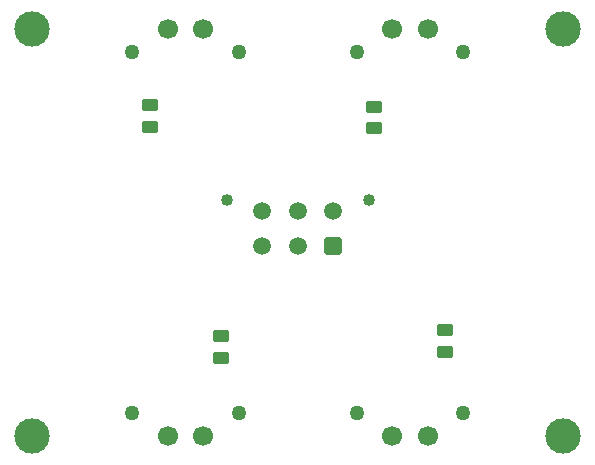
<source format=gbr>
%TF.GenerationSoftware,KiCad,Pcbnew,8.0.5*%
%TF.CreationDate,2024-10-02T10:46:17-05:00*%
%TF.ProjectId,FanBoardPCB,46616e42-6f61-4726-9450-43422e6b6963,rev?*%
%TF.SameCoordinates,Original*%
%TF.FileFunction,Soldermask,Bot*%
%TF.FilePolarity,Negative*%
%FSLAX46Y46*%
G04 Gerber Fmt 4.6, Leading zero omitted, Abs format (unit mm)*
G04 Created by KiCad (PCBNEW 8.0.5) date 2024-10-02 10:46:17*
%MOMM*%
%LPD*%
G01*
G04 APERTURE LIST*
G04 Aperture macros list*
%AMRoundRect*
0 Rectangle with rounded corners*
0 $1 Rounding radius*
0 $2 $3 $4 $5 $6 $7 $8 $9 X,Y pos of 4 corners*
0 Add a 4 corners polygon primitive as box body*
4,1,4,$2,$3,$4,$5,$6,$7,$8,$9,$2,$3,0*
0 Add four circle primitives for the rounded corners*
1,1,$1+$1,$2,$3*
1,1,$1+$1,$4,$5*
1,1,$1+$1,$6,$7*
1,1,$1+$1,$8,$9*
0 Add four rect primitives between the rounded corners*
20,1,$1+$1,$2,$3,$4,$5,0*
20,1,$1+$1,$4,$5,$6,$7,0*
20,1,$1+$1,$6,$7,$8,$9,0*
20,1,$1+$1,$8,$9,$2,$3,0*%
G04 Aperture macros list end*
%ADD10RoundRect,0.250000X0.450000X-0.262500X0.450000X0.262500X-0.450000X0.262500X-0.450000X-0.262500X0*%
%ADD11C,1.020000*%
%ADD12RoundRect,0.250001X0.499999X0.499999X-0.499999X0.499999X-0.499999X-0.499999X0.499999X-0.499999X0*%
%ADD13C,1.500000*%
%ADD14C,1.270000*%
%ADD15C,1.700000*%
%ADD16C,3.000000*%
%ADD17RoundRect,0.250000X-0.450000X0.262500X-0.450000X-0.262500X0.450000X-0.262500X0.450000X0.262500X0*%
G04 APERTURE END LIST*
D10*
%TO.C,R6*%
X175500000Y-49912500D03*
X175500000Y-48087500D03*
%TD*%
%TO.C,R5*%
X156500000Y-48000000D03*
X156500000Y-49825000D03*
%TD*%
D11*
%TO.C,J13*%
X175000000Y-55980000D03*
X163000000Y-55980000D03*
D12*
X172000000Y-59920000D03*
D13*
X169000000Y-59920000D03*
X166000000Y-59920000D03*
X172000000Y-56920000D03*
X169000000Y-56920000D03*
X166000000Y-56920000D03*
%TD*%
D14*
%TO.C,J2*%
X183000000Y-43500000D03*
X174000000Y-43500000D03*
D15*
X180000000Y-41540000D03*
X177000000Y-41540000D03*
%TD*%
%TO.C,J1*%
X158000000Y-41550000D03*
X161000000Y-41550000D03*
D14*
X155000000Y-43510000D03*
X164000000Y-43510000D03*
%TD*%
D16*
%TO.C,H4*%
X146500000Y-76000000D03*
%TD*%
%TO.C,H3*%
X191500000Y-76000000D03*
%TD*%
%TO.C,H2*%
X191500000Y-41500000D03*
%TD*%
%TO.C,H1*%
X146500000Y-41500000D03*
%TD*%
D15*
%TO.C,J3*%
X180000000Y-75960000D03*
X177000000Y-75960000D03*
D14*
X183000000Y-74000000D03*
X174000000Y-74000000D03*
%TD*%
D10*
%TO.C,R7*%
X181500000Y-67047500D03*
X181500000Y-68872500D03*
%TD*%
D17*
%TO.C,R8*%
X162500000Y-69372500D03*
X162500000Y-67547500D03*
%TD*%
D15*
%TO.C,J4*%
X161000000Y-75960000D03*
X158000000Y-75960000D03*
D14*
X164000000Y-74000000D03*
X155000000Y-74000000D03*
%TD*%
M02*

</source>
